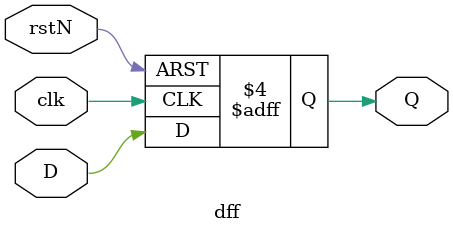
<source format=sv>
`timescale 1ps/1ps

module dff (
	input D, clk, rstN,
	output reg Q
);

always @(posedge clk or negedge rstN) begin
	if(!rstN)
		Q <= 0;
	else
		Q <= D;
end

// Snippet of non-synthesizable code needed to create VCD waveform file (aka GTKWave waveform)
initial begin
  $dumpfile ("dff.vcd");  // The arugment to the system task is the desired filename to dump the variables into
  $dumpvars (0, dff);     // Include all variables (first argument "0") and which module (module name "dff") has the variables to dump
end

endmodule

</source>
